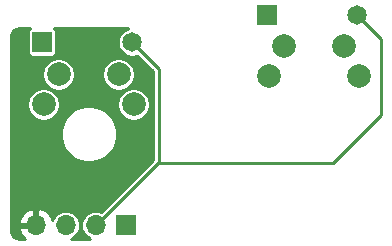
<source format=gbr>
G04 #@! TF.GenerationSoftware,KiCad,Pcbnew,(5.1.0)-1*
G04 #@! TF.CreationDate,2020-01-19T23:16:31+11:00*
G04 #@! TF.ProjectId,oddball,6f646462-616c-46c2-9e6b-696361645f70,rev?*
G04 #@! TF.SameCoordinates,Original*
G04 #@! TF.FileFunction,Copper,L1,Top*
G04 #@! TF.FilePolarity,Positive*
%FSLAX46Y46*%
G04 Gerber Fmt 4.6, Leading zero omitted, Abs format (unit mm)*
G04 Created by KiCad (PCBNEW (5.1.0)-1) date 2020-01-19 23:16:31*
%MOMM*%
%LPD*%
G04 APERTURE LIST*
%ADD10R,1.651000X1.651000*%
%ADD11C,1.651000*%
%ADD12O,1.700000X1.700000*%
%ADD13R,1.700000X1.700000*%
%ADD14C,2.000000*%
%ADD15C,0.250000*%
%ADD16C,0.254000*%
G04 APERTURE END LIST*
D10*
X206640000Y-99370000D03*
D11*
X214260000Y-99370000D03*
D10*
X225660000Y-97060000D03*
D11*
X233280000Y-97060000D03*
D12*
X206120000Y-114850000D03*
X208660000Y-114850000D03*
X211200000Y-114850000D03*
D13*
X213740000Y-114850000D03*
D14*
X208060000Y-102070000D03*
X214410000Y-104610000D03*
X206790000Y-104610000D03*
X213140000Y-102070000D03*
X227110000Y-99700000D03*
X233460000Y-102240000D03*
X225840000Y-102240000D03*
X232190000Y-99700000D03*
D15*
X214260000Y-99370000D02*
X216518701Y-101628701D01*
X232840000Y-108040000D02*
X235340000Y-105540000D01*
X220444977Y-109618701D02*
X220463678Y-109600000D01*
X216618701Y-109618701D02*
X231261299Y-109618701D01*
X219736322Y-109600000D02*
X219755023Y-109618701D01*
X231261299Y-109618701D02*
X232840000Y-108040000D01*
X216518701Y-109618701D02*
X216618701Y-109618701D01*
X211200000Y-114850000D02*
X216431299Y-109618701D01*
X216431299Y-109618701D02*
X216518701Y-109618701D01*
X235340000Y-105540000D02*
X235340000Y-99120000D01*
X231280000Y-109600000D02*
X232840000Y-108040000D01*
X220463678Y-109600000D02*
X231280000Y-109600000D01*
X216431299Y-109618701D02*
X216618701Y-109618701D01*
X219755023Y-109618701D02*
X220444977Y-109618701D01*
X235340000Y-99120000D02*
X233280000Y-97060000D01*
X216518701Y-101628701D02*
X216518701Y-109618701D01*
D16*
G36*
X205601804Y-98226178D02*
G01*
X205543789Y-98273789D01*
X205496178Y-98331804D01*
X205460799Y-98397992D01*
X205439013Y-98469811D01*
X205431657Y-98544500D01*
X205431657Y-100195500D01*
X205439013Y-100270189D01*
X205460799Y-100342008D01*
X205496178Y-100408196D01*
X205543789Y-100466211D01*
X205601804Y-100513822D01*
X205667992Y-100549201D01*
X205739811Y-100570987D01*
X205814500Y-100578343D01*
X207465500Y-100578343D01*
X207540189Y-100570987D01*
X207612008Y-100549201D01*
X207678196Y-100513822D01*
X207736211Y-100466211D01*
X207783822Y-100408196D01*
X207819201Y-100342008D01*
X207840987Y-100270189D01*
X207848343Y-100195500D01*
X207848343Y-98544500D01*
X207840987Y-98469811D01*
X207819201Y-98397992D01*
X207783822Y-98331804D01*
X207736211Y-98273789D01*
X207678196Y-98226178D01*
X207625293Y-98197900D01*
X213968229Y-98197900D01*
X213908077Y-98209865D01*
X213688508Y-98300813D01*
X213490901Y-98432850D01*
X213322850Y-98600901D01*
X213190813Y-98798508D01*
X213099865Y-99018077D01*
X213053500Y-99251170D01*
X213053500Y-99488830D01*
X213099865Y-99721923D01*
X213190813Y-99941492D01*
X213322850Y-100139099D01*
X213490901Y-100307150D01*
X213688508Y-100439187D01*
X213908077Y-100530135D01*
X214141170Y-100576500D01*
X214378830Y-100576500D01*
X214611923Y-100530135D01*
X214677416Y-100503007D01*
X216012701Y-101838293D01*
X216012702Y-109321706D01*
X211637949Y-113696459D01*
X211441318Y-113636812D01*
X211260472Y-113619000D01*
X211139528Y-113619000D01*
X210958682Y-113636812D01*
X210726637Y-113707202D01*
X210512784Y-113821509D01*
X210325340Y-113975340D01*
X210171509Y-114162784D01*
X210057202Y-114376637D01*
X209986812Y-114608682D01*
X209963044Y-114850000D01*
X209986812Y-115091318D01*
X210057202Y-115323363D01*
X210171509Y-115537216D01*
X210325340Y-115724660D01*
X210512784Y-115878491D01*
X210720729Y-115989640D01*
X209139271Y-115989640D01*
X209347216Y-115878491D01*
X209534660Y-115724660D01*
X209688491Y-115537216D01*
X209802798Y-115323363D01*
X209873188Y-115091318D01*
X209896956Y-114850000D01*
X209873188Y-114608682D01*
X209802798Y-114376637D01*
X209688491Y-114162784D01*
X209534660Y-113975340D01*
X209347216Y-113821509D01*
X209133363Y-113707202D01*
X208901318Y-113636812D01*
X208720472Y-113619000D01*
X208599528Y-113619000D01*
X208418682Y-113636812D01*
X208186637Y-113707202D01*
X207972784Y-113821509D01*
X207785340Y-113975340D01*
X207631509Y-114162784D01*
X207518983Y-114373305D01*
X207464157Y-114218748D01*
X207315178Y-113968645D01*
X207120269Y-113752412D01*
X206886920Y-113578359D01*
X206624099Y-113453175D01*
X206476890Y-113408524D01*
X206247000Y-113529845D01*
X206247000Y-114723000D01*
X206267000Y-114723000D01*
X206267000Y-114977000D01*
X206247000Y-114977000D01*
X206247000Y-114997000D01*
X205993000Y-114997000D01*
X205993000Y-114977000D01*
X204799186Y-114977000D01*
X204678519Y-115206891D01*
X204775843Y-115481252D01*
X204924822Y-115731355D01*
X205119731Y-115947588D01*
X205176109Y-115989640D01*
X204675215Y-115989640D01*
X204586385Y-115978423D01*
X204499659Y-115956155D01*
X204416419Y-115923203D01*
X204337929Y-115880042D01*
X204265476Y-115827418D01*
X204200228Y-115766137D01*
X204143137Y-115697128D01*
X204095165Y-115621534D01*
X204057034Y-115540490D01*
X204029362Y-115455346D01*
X204012590Y-115367387D01*
X204006010Y-115262899D01*
X204006010Y-114493109D01*
X204678519Y-114493109D01*
X204799186Y-114723000D01*
X205993000Y-114723000D01*
X205993000Y-113529845D01*
X205763110Y-113408524D01*
X205615901Y-113453175D01*
X205353080Y-113578359D01*
X205119731Y-113752412D01*
X204924822Y-113968645D01*
X204775843Y-114218748D01*
X204678519Y-114493109D01*
X204006010Y-114493109D01*
X204006010Y-106916093D01*
X208225100Y-106916093D01*
X208225100Y-107383907D01*
X208316366Y-107842733D01*
X208495391Y-108274937D01*
X208755295Y-108663910D01*
X209086090Y-108994705D01*
X209475063Y-109254609D01*
X209907267Y-109433634D01*
X210366093Y-109524900D01*
X210833907Y-109524900D01*
X211292733Y-109433634D01*
X211724937Y-109254609D01*
X212113910Y-108994705D01*
X212444705Y-108663910D01*
X212704609Y-108274937D01*
X212883634Y-107842733D01*
X212974900Y-107383907D01*
X212974900Y-106916093D01*
X212883634Y-106457267D01*
X212704609Y-106025063D01*
X212444705Y-105636090D01*
X212113910Y-105305295D01*
X211724937Y-105045391D01*
X211292733Y-104866366D01*
X210833907Y-104775100D01*
X210366093Y-104775100D01*
X209907267Y-104866366D01*
X209475063Y-105045391D01*
X209086090Y-105305295D01*
X208755295Y-105636090D01*
X208495391Y-106025063D01*
X208316366Y-106457267D01*
X208225100Y-106916093D01*
X204006010Y-106916093D01*
X204006010Y-104473983D01*
X205409000Y-104473983D01*
X205409000Y-104746017D01*
X205462071Y-105012823D01*
X205566174Y-105264149D01*
X205717307Y-105490336D01*
X205909664Y-105682693D01*
X206135851Y-105833826D01*
X206387177Y-105937929D01*
X206653983Y-105991000D01*
X206926017Y-105991000D01*
X207192823Y-105937929D01*
X207444149Y-105833826D01*
X207670336Y-105682693D01*
X207862693Y-105490336D01*
X208013826Y-105264149D01*
X208117929Y-105012823D01*
X208171000Y-104746017D01*
X208171000Y-104473983D01*
X213029000Y-104473983D01*
X213029000Y-104746017D01*
X213082071Y-105012823D01*
X213186174Y-105264149D01*
X213337307Y-105490336D01*
X213529664Y-105682693D01*
X213755851Y-105833826D01*
X214007177Y-105937929D01*
X214273983Y-105991000D01*
X214546017Y-105991000D01*
X214812823Y-105937929D01*
X215064149Y-105833826D01*
X215290336Y-105682693D01*
X215482693Y-105490336D01*
X215633826Y-105264149D01*
X215737929Y-105012823D01*
X215791000Y-104746017D01*
X215791000Y-104473983D01*
X215737929Y-104207177D01*
X215633826Y-103955851D01*
X215482693Y-103729664D01*
X215290336Y-103537307D01*
X215064149Y-103386174D01*
X214812823Y-103282071D01*
X214546017Y-103229000D01*
X214273983Y-103229000D01*
X214007177Y-103282071D01*
X213755851Y-103386174D01*
X213529664Y-103537307D01*
X213337307Y-103729664D01*
X213186174Y-103955851D01*
X213082071Y-104207177D01*
X213029000Y-104473983D01*
X208171000Y-104473983D01*
X208117929Y-104207177D01*
X208013826Y-103955851D01*
X207862693Y-103729664D01*
X207670336Y-103537307D01*
X207444149Y-103386174D01*
X207192823Y-103282071D01*
X206926017Y-103229000D01*
X206653983Y-103229000D01*
X206387177Y-103282071D01*
X206135851Y-103386174D01*
X205909664Y-103537307D01*
X205717307Y-103729664D01*
X205566174Y-103955851D01*
X205462071Y-104207177D01*
X205409000Y-104473983D01*
X204006010Y-104473983D01*
X204006010Y-101933983D01*
X206679000Y-101933983D01*
X206679000Y-102206017D01*
X206732071Y-102472823D01*
X206836174Y-102724149D01*
X206987307Y-102950336D01*
X207179664Y-103142693D01*
X207405851Y-103293826D01*
X207657177Y-103397929D01*
X207923983Y-103451000D01*
X208196017Y-103451000D01*
X208462823Y-103397929D01*
X208714149Y-103293826D01*
X208940336Y-103142693D01*
X209132693Y-102950336D01*
X209283826Y-102724149D01*
X209387929Y-102472823D01*
X209441000Y-102206017D01*
X209441000Y-101933983D01*
X211759000Y-101933983D01*
X211759000Y-102206017D01*
X211812071Y-102472823D01*
X211916174Y-102724149D01*
X212067307Y-102950336D01*
X212259664Y-103142693D01*
X212485851Y-103293826D01*
X212737177Y-103397929D01*
X213003983Y-103451000D01*
X213276017Y-103451000D01*
X213542823Y-103397929D01*
X213794149Y-103293826D01*
X214020336Y-103142693D01*
X214212693Y-102950336D01*
X214363826Y-102724149D01*
X214467929Y-102472823D01*
X214521000Y-102206017D01*
X214521000Y-101933983D01*
X214467929Y-101667177D01*
X214363826Y-101415851D01*
X214212693Y-101189664D01*
X214020336Y-100997307D01*
X213794149Y-100846174D01*
X213542823Y-100742071D01*
X213276017Y-100689000D01*
X213003983Y-100689000D01*
X212737177Y-100742071D01*
X212485851Y-100846174D01*
X212259664Y-100997307D01*
X212067307Y-101189664D01*
X211916174Y-101415851D01*
X211812071Y-101667177D01*
X211759000Y-101933983D01*
X209441000Y-101933983D01*
X209387929Y-101667177D01*
X209283826Y-101415851D01*
X209132693Y-101189664D01*
X208940336Y-100997307D01*
X208714149Y-100846174D01*
X208462823Y-100742071D01*
X208196017Y-100689000D01*
X207923983Y-100689000D01*
X207657177Y-100742071D01*
X207405851Y-100846174D01*
X207179664Y-100997307D01*
X206987307Y-101189664D01*
X206836174Y-101415851D01*
X206732071Y-101667177D01*
X206679000Y-101933983D01*
X204006010Y-101933983D01*
X204006010Y-98924618D01*
X204012590Y-98820100D01*
X204029359Y-98732165D01*
X204057033Y-98647018D01*
X204095164Y-98565972D01*
X204143115Y-98490415D01*
X204200251Y-98421370D01*
X204265540Y-98360014D01*
X204337932Y-98307428D01*
X204416351Y-98264312D01*
X204499573Y-98231391D01*
X204586352Y-98209121D01*
X204675215Y-98197900D01*
X205654707Y-98197900D01*
X205601804Y-98226178D01*
X205601804Y-98226178D01*
G37*
X205601804Y-98226178D02*
X205543789Y-98273789D01*
X205496178Y-98331804D01*
X205460799Y-98397992D01*
X205439013Y-98469811D01*
X205431657Y-98544500D01*
X205431657Y-100195500D01*
X205439013Y-100270189D01*
X205460799Y-100342008D01*
X205496178Y-100408196D01*
X205543789Y-100466211D01*
X205601804Y-100513822D01*
X205667992Y-100549201D01*
X205739811Y-100570987D01*
X205814500Y-100578343D01*
X207465500Y-100578343D01*
X207540189Y-100570987D01*
X207612008Y-100549201D01*
X207678196Y-100513822D01*
X207736211Y-100466211D01*
X207783822Y-100408196D01*
X207819201Y-100342008D01*
X207840987Y-100270189D01*
X207848343Y-100195500D01*
X207848343Y-98544500D01*
X207840987Y-98469811D01*
X207819201Y-98397992D01*
X207783822Y-98331804D01*
X207736211Y-98273789D01*
X207678196Y-98226178D01*
X207625293Y-98197900D01*
X213968229Y-98197900D01*
X213908077Y-98209865D01*
X213688508Y-98300813D01*
X213490901Y-98432850D01*
X213322850Y-98600901D01*
X213190813Y-98798508D01*
X213099865Y-99018077D01*
X213053500Y-99251170D01*
X213053500Y-99488830D01*
X213099865Y-99721923D01*
X213190813Y-99941492D01*
X213322850Y-100139099D01*
X213490901Y-100307150D01*
X213688508Y-100439187D01*
X213908077Y-100530135D01*
X214141170Y-100576500D01*
X214378830Y-100576500D01*
X214611923Y-100530135D01*
X214677416Y-100503007D01*
X216012701Y-101838293D01*
X216012702Y-109321706D01*
X211637949Y-113696459D01*
X211441318Y-113636812D01*
X211260472Y-113619000D01*
X211139528Y-113619000D01*
X210958682Y-113636812D01*
X210726637Y-113707202D01*
X210512784Y-113821509D01*
X210325340Y-113975340D01*
X210171509Y-114162784D01*
X210057202Y-114376637D01*
X209986812Y-114608682D01*
X209963044Y-114850000D01*
X209986812Y-115091318D01*
X210057202Y-115323363D01*
X210171509Y-115537216D01*
X210325340Y-115724660D01*
X210512784Y-115878491D01*
X210720729Y-115989640D01*
X209139271Y-115989640D01*
X209347216Y-115878491D01*
X209534660Y-115724660D01*
X209688491Y-115537216D01*
X209802798Y-115323363D01*
X209873188Y-115091318D01*
X209896956Y-114850000D01*
X209873188Y-114608682D01*
X209802798Y-114376637D01*
X209688491Y-114162784D01*
X209534660Y-113975340D01*
X209347216Y-113821509D01*
X209133363Y-113707202D01*
X208901318Y-113636812D01*
X208720472Y-113619000D01*
X208599528Y-113619000D01*
X208418682Y-113636812D01*
X208186637Y-113707202D01*
X207972784Y-113821509D01*
X207785340Y-113975340D01*
X207631509Y-114162784D01*
X207518983Y-114373305D01*
X207464157Y-114218748D01*
X207315178Y-113968645D01*
X207120269Y-113752412D01*
X206886920Y-113578359D01*
X206624099Y-113453175D01*
X206476890Y-113408524D01*
X206247000Y-113529845D01*
X206247000Y-114723000D01*
X206267000Y-114723000D01*
X206267000Y-114977000D01*
X206247000Y-114977000D01*
X206247000Y-114997000D01*
X205993000Y-114997000D01*
X205993000Y-114977000D01*
X204799186Y-114977000D01*
X204678519Y-115206891D01*
X204775843Y-115481252D01*
X204924822Y-115731355D01*
X205119731Y-115947588D01*
X205176109Y-115989640D01*
X204675215Y-115989640D01*
X204586385Y-115978423D01*
X204499659Y-115956155D01*
X204416419Y-115923203D01*
X204337929Y-115880042D01*
X204265476Y-115827418D01*
X204200228Y-115766137D01*
X204143137Y-115697128D01*
X204095165Y-115621534D01*
X204057034Y-115540490D01*
X204029362Y-115455346D01*
X204012590Y-115367387D01*
X204006010Y-115262899D01*
X204006010Y-114493109D01*
X204678519Y-114493109D01*
X204799186Y-114723000D01*
X205993000Y-114723000D01*
X205993000Y-113529845D01*
X205763110Y-113408524D01*
X205615901Y-113453175D01*
X205353080Y-113578359D01*
X205119731Y-113752412D01*
X204924822Y-113968645D01*
X204775843Y-114218748D01*
X204678519Y-114493109D01*
X204006010Y-114493109D01*
X204006010Y-106916093D01*
X208225100Y-106916093D01*
X208225100Y-107383907D01*
X208316366Y-107842733D01*
X208495391Y-108274937D01*
X208755295Y-108663910D01*
X209086090Y-108994705D01*
X209475063Y-109254609D01*
X209907267Y-109433634D01*
X210366093Y-109524900D01*
X210833907Y-109524900D01*
X211292733Y-109433634D01*
X211724937Y-109254609D01*
X212113910Y-108994705D01*
X212444705Y-108663910D01*
X212704609Y-108274937D01*
X212883634Y-107842733D01*
X212974900Y-107383907D01*
X212974900Y-106916093D01*
X212883634Y-106457267D01*
X212704609Y-106025063D01*
X212444705Y-105636090D01*
X212113910Y-105305295D01*
X211724937Y-105045391D01*
X211292733Y-104866366D01*
X210833907Y-104775100D01*
X210366093Y-104775100D01*
X209907267Y-104866366D01*
X209475063Y-105045391D01*
X209086090Y-105305295D01*
X208755295Y-105636090D01*
X208495391Y-106025063D01*
X208316366Y-106457267D01*
X208225100Y-106916093D01*
X204006010Y-106916093D01*
X204006010Y-104473983D01*
X205409000Y-104473983D01*
X205409000Y-104746017D01*
X205462071Y-105012823D01*
X205566174Y-105264149D01*
X205717307Y-105490336D01*
X205909664Y-105682693D01*
X206135851Y-105833826D01*
X206387177Y-105937929D01*
X206653983Y-105991000D01*
X206926017Y-105991000D01*
X207192823Y-105937929D01*
X207444149Y-105833826D01*
X207670336Y-105682693D01*
X207862693Y-105490336D01*
X208013826Y-105264149D01*
X208117929Y-105012823D01*
X208171000Y-104746017D01*
X208171000Y-104473983D01*
X213029000Y-104473983D01*
X213029000Y-104746017D01*
X213082071Y-105012823D01*
X213186174Y-105264149D01*
X213337307Y-105490336D01*
X213529664Y-105682693D01*
X213755851Y-105833826D01*
X214007177Y-105937929D01*
X214273983Y-105991000D01*
X214546017Y-105991000D01*
X214812823Y-105937929D01*
X215064149Y-105833826D01*
X215290336Y-105682693D01*
X215482693Y-105490336D01*
X215633826Y-105264149D01*
X215737929Y-105012823D01*
X215791000Y-104746017D01*
X215791000Y-104473983D01*
X215737929Y-104207177D01*
X215633826Y-103955851D01*
X215482693Y-103729664D01*
X215290336Y-103537307D01*
X215064149Y-103386174D01*
X214812823Y-103282071D01*
X214546017Y-103229000D01*
X214273983Y-103229000D01*
X214007177Y-103282071D01*
X213755851Y-103386174D01*
X213529664Y-103537307D01*
X213337307Y-103729664D01*
X213186174Y-103955851D01*
X213082071Y-104207177D01*
X213029000Y-104473983D01*
X208171000Y-104473983D01*
X208117929Y-104207177D01*
X208013826Y-103955851D01*
X207862693Y-103729664D01*
X207670336Y-103537307D01*
X207444149Y-103386174D01*
X207192823Y-103282071D01*
X206926017Y-103229000D01*
X206653983Y-103229000D01*
X206387177Y-103282071D01*
X206135851Y-103386174D01*
X205909664Y-103537307D01*
X205717307Y-103729664D01*
X205566174Y-103955851D01*
X205462071Y-104207177D01*
X205409000Y-104473983D01*
X204006010Y-104473983D01*
X204006010Y-101933983D01*
X206679000Y-101933983D01*
X206679000Y-102206017D01*
X206732071Y-102472823D01*
X206836174Y-102724149D01*
X206987307Y-102950336D01*
X207179664Y-103142693D01*
X207405851Y-103293826D01*
X207657177Y-103397929D01*
X207923983Y-103451000D01*
X208196017Y-103451000D01*
X208462823Y-103397929D01*
X208714149Y-103293826D01*
X208940336Y-103142693D01*
X209132693Y-102950336D01*
X209283826Y-102724149D01*
X209387929Y-102472823D01*
X209441000Y-102206017D01*
X209441000Y-101933983D01*
X211759000Y-101933983D01*
X211759000Y-102206017D01*
X211812071Y-102472823D01*
X211916174Y-102724149D01*
X212067307Y-102950336D01*
X212259664Y-103142693D01*
X212485851Y-103293826D01*
X212737177Y-103397929D01*
X213003983Y-103451000D01*
X213276017Y-103451000D01*
X213542823Y-103397929D01*
X213794149Y-103293826D01*
X214020336Y-103142693D01*
X214212693Y-102950336D01*
X214363826Y-102724149D01*
X214467929Y-102472823D01*
X214521000Y-102206017D01*
X214521000Y-101933983D01*
X214467929Y-101667177D01*
X214363826Y-101415851D01*
X214212693Y-101189664D01*
X214020336Y-100997307D01*
X213794149Y-100846174D01*
X213542823Y-100742071D01*
X213276017Y-100689000D01*
X213003983Y-100689000D01*
X212737177Y-100742071D01*
X212485851Y-100846174D01*
X212259664Y-100997307D01*
X212067307Y-101189664D01*
X211916174Y-101415851D01*
X211812071Y-101667177D01*
X211759000Y-101933983D01*
X209441000Y-101933983D01*
X209387929Y-101667177D01*
X209283826Y-101415851D01*
X209132693Y-101189664D01*
X208940336Y-100997307D01*
X208714149Y-100846174D01*
X208462823Y-100742071D01*
X208196017Y-100689000D01*
X207923983Y-100689000D01*
X207657177Y-100742071D01*
X207405851Y-100846174D01*
X207179664Y-100997307D01*
X206987307Y-101189664D01*
X206836174Y-101415851D01*
X206732071Y-101667177D01*
X206679000Y-101933983D01*
X204006010Y-101933983D01*
X204006010Y-98924618D01*
X204012590Y-98820100D01*
X204029359Y-98732165D01*
X204057033Y-98647018D01*
X204095164Y-98565972D01*
X204143115Y-98490415D01*
X204200251Y-98421370D01*
X204265540Y-98360014D01*
X204337932Y-98307428D01*
X204416351Y-98264312D01*
X204499573Y-98231391D01*
X204586352Y-98209121D01*
X204675215Y-98197900D01*
X205654707Y-98197900D01*
X205601804Y-98226178D01*
M02*

</source>
